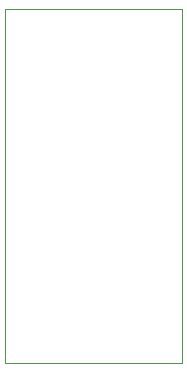
<source format=gbr>
G04 DipTrace 4.3.0.2*
G04 BoardOutline.gbr*
%MOIN*%
G04 #@! TF.FileFunction,Profile*
G04 #@! TF.Part,Single*
%ADD10C,0.004724*%
%FSLAX26Y26*%
G04*
G70*
G90*
G75*
G01*
G04 BoardOutline*
%LPD*%
X393701Y393701D2*
D10*
Y1574803D1*
X984252D1*
Y393701D1*
X393701D1*
M02*

</source>
